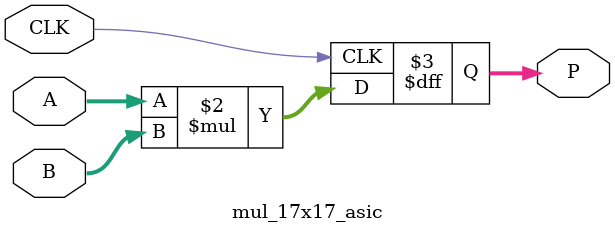
<source format=sv>
/*
Copyright 2018-2019 Erdinc Ozturk, SABANCI UNIVERSITY

Licensed under the Apache License, Version 2.0 (the "License");
you may not use this file except in compliance with the License.
You may obtain a copy of the License at

   http://www.apache.org/licenses/LICENSE-2.0
Unless required by applicable law or agreed to in writing, software
distributed under the License is distributed on an "AS IS" BASIS,
WITHOUT WARRANTIES OR CONDITIONS OF ANY KIND, either express or implied.
See the License for the specific language governing permissions and
limitations under the License.

*/

`timescale 1ns / 1ps

module mul_17x17_asic(
                      input [16:0]      A,
                      input [16:0]      B,
                      input             CLK,
                      output reg [33:0] P
                      );

   always @(posedge CLK)
     begin
        P <= A*B;
     end
endmodule

</source>
